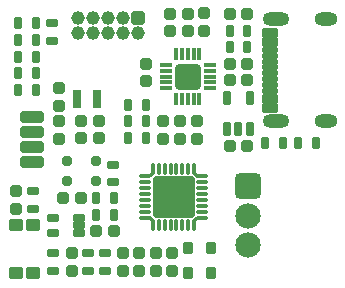
<source format=gts>
G04*
G04 #@! TF.GenerationSoftware,Altium Limited,Altium Designer,22.3.1 (43)*
G04*
G04 Layer_Color=8388736*
%FSLAX44Y44*%
%MOMM*%
G71*
G04*
G04 #@! TF.SameCoordinates,D810A163-4558-4574-BFD7-F7CA9EDE3B54*
G04*
G04*
G04 #@! TF.FilePolarity,Negative*
G04*
G01*
G75*
G04:AMPARAMS|DCode=32|XSize=0.7524mm|YSize=1.1524mm|CornerRadius=0.1512mm|HoleSize=0mm|Usage=FLASHONLY|Rotation=180.000|XOffset=0mm|YOffset=0mm|HoleType=Round|Shape=RoundedRectangle|*
%AMROUNDEDRECTD32*
21,1,0.7524,0.8500,0,0,180.0*
21,1,0.4500,1.1524,0,0,180.0*
1,1,0.3024,-0.2250,0.4250*
1,1,0.3024,0.2250,0.4250*
1,1,0.3024,0.2250,-0.4250*
1,1,0.3024,-0.2250,-0.4250*
%
%ADD32ROUNDEDRECTD32*%
G04:AMPARAMS|DCode=33|XSize=0.74mm|YSize=0.54mm|CornerRadius=0.195mm|HoleSize=0mm|Usage=FLASHONLY|Rotation=180.000|XOffset=0mm|YOffset=0mm|HoleType=Round|Shape=RoundedRectangle|*
%AMROUNDEDRECTD33*
21,1,0.7400,0.1500,0,0,180.0*
21,1,0.3500,0.5400,0,0,180.0*
1,1,0.3900,-0.1750,0.0750*
1,1,0.3900,0.1750,0.0750*
1,1,0.3900,0.1750,-0.0750*
1,1,0.3900,-0.1750,-0.0750*
%
%ADD33ROUNDEDRECTD33*%
G04:AMPARAMS|DCode=34|XSize=0.9524mm|YSize=0.9524mm|CornerRadius=0.1762mm|HoleSize=0mm|Usage=FLASHONLY|Rotation=90.000|XOffset=0mm|YOffset=0mm|HoleType=Round|Shape=RoundedRectangle|*
%AMROUNDEDRECTD34*
21,1,0.9524,0.6000,0,0,90.0*
21,1,0.6000,0.9524,0,0,90.0*
1,1,0.3524,0.3000,0.3000*
1,1,0.3524,0.3000,-0.3000*
1,1,0.3524,-0.3000,-0.3000*
1,1,0.3524,-0.3000,0.3000*
%
%ADD34ROUNDEDRECTD34*%
G04:AMPARAMS|DCode=35|XSize=0.9024mm|YSize=1.0524mm|CornerRadius=0.17mm|HoleSize=0mm|Usage=FLASHONLY|Rotation=180.000|XOffset=0mm|YOffset=0mm|HoleType=Round|Shape=RoundedRectangle|*
%AMROUNDEDRECTD35*
21,1,0.9024,0.7125,0,0,180.0*
21,1,0.5625,1.0524,0,0,180.0*
1,1,0.3399,-0.2813,0.3563*
1,1,0.3399,0.2813,0.3563*
1,1,0.3399,0.2813,-0.3563*
1,1,0.3399,-0.2813,-0.3563*
%
%ADD35ROUNDEDRECTD35*%
G04:AMPARAMS|DCode=36|XSize=0.9524mm|YSize=0.9524mm|CornerRadius=0.1762mm|HoleSize=0mm|Usage=FLASHONLY|Rotation=180.000|XOffset=0mm|YOffset=0mm|HoleType=Round|Shape=RoundedRectangle|*
%AMROUNDEDRECTD36*
21,1,0.9524,0.6000,0,0,180.0*
21,1,0.6000,0.9524,0,0,180.0*
1,1,0.3524,-0.3000,0.3000*
1,1,0.3524,0.3000,0.3000*
1,1,0.3524,0.3000,-0.3000*
1,1,0.3524,-0.3000,-0.3000*
%
%ADD36ROUNDEDRECTD36*%
G04:AMPARAMS|DCode=37|XSize=0.7524mm|YSize=1.0524mm|CornerRadius=0.1512mm|HoleSize=0mm|Usage=FLASHONLY|Rotation=90.000|XOffset=0mm|YOffset=0mm|HoleType=Round|Shape=RoundedRectangle|*
%AMROUNDEDRECTD37*
21,1,0.7524,0.7500,0,0,90.0*
21,1,0.4500,1.0524,0,0,90.0*
1,1,0.3024,0.3750,0.2250*
1,1,0.3024,0.3750,-0.2250*
1,1,0.3024,-0.3750,-0.2250*
1,1,0.3024,-0.3750,0.2250*
%
%ADD37ROUNDEDRECTD37*%
%ADD38C,0.9524*%
G04:AMPARAMS|DCode=39|XSize=0.7524mm|YSize=1.0524mm|CornerRadius=0.1512mm|HoleSize=0mm|Usage=FLASHONLY|Rotation=0.000|XOffset=0mm|YOffset=0mm|HoleType=Round|Shape=RoundedRectangle|*
%AMROUNDEDRECTD39*
21,1,0.7524,0.7500,0,0,0.0*
21,1,0.4500,1.0524,0,0,0.0*
1,1,0.3024,0.2250,-0.3750*
1,1,0.3024,-0.2250,-0.3750*
1,1,0.3024,-0.2250,0.3750*
1,1,0.3024,0.2250,0.3750*
%
%ADD39ROUNDEDRECTD39*%
G04:AMPARAMS|DCode=40|XSize=0.7524mm|YSize=0.9524mm|CornerRadius=0.1512mm|HoleSize=0mm|Usage=FLASHONLY|Rotation=180.000|XOffset=0mm|YOffset=0mm|HoleType=Round|Shape=RoundedRectangle|*
%AMROUNDEDRECTD40*
21,1,0.7524,0.6500,0,0,180.0*
21,1,0.4500,0.9524,0,0,180.0*
1,1,0.3024,-0.2250,0.3250*
1,1,0.3024,0.2250,0.3250*
1,1,0.3024,0.2250,-0.3250*
1,1,0.3024,-0.2250,-0.3250*
%
%ADD40ROUNDEDRECTD40*%
%ADD41O,0.3924X1.0024*%
G04:AMPARAMS|DCode=42|XSize=0.54mm|YSize=1.39mm|CornerRadius=0.1575mm|HoleSize=0mm|Usage=FLASHONLY|Rotation=90.000|XOffset=0mm|YOffset=0mm|HoleType=Round|Shape=RoundedRectangle|*
%AMROUNDEDRECTD42*
21,1,0.5400,1.0750,0,0,90.0*
21,1,0.2250,1.3900,0,0,90.0*
1,1,0.3150,0.5375,0.1125*
1,1,0.3150,0.5375,-0.1125*
1,1,0.3150,-0.5375,-0.1125*
1,1,0.3150,-0.5375,0.1125*
%
%ADD42ROUNDEDRECTD42*%
G04:AMPARAMS|DCode=43|XSize=0.84mm|YSize=1.39mm|CornerRadius=0.195mm|HoleSize=0mm|Usage=FLASHONLY|Rotation=270.000|XOffset=0mm|YOffset=0mm|HoleType=Round|Shape=RoundedRectangle|*
%AMROUNDEDRECTD43*
21,1,0.8400,1.0000,0,0,270.0*
21,1,0.4500,1.3900,0,0,270.0*
1,1,0.3900,-0.5000,-0.2250*
1,1,0.3900,-0.5000,0.2250*
1,1,0.3900,0.5000,0.2250*
1,1,0.3900,0.5000,-0.2250*
%
%ADD43ROUNDEDRECTD43*%
G04:AMPARAMS|DCode=44|XSize=2.1324mm|YSize=2.1324mm|CornerRadius=0.2742mm|HoleSize=0mm|Usage=FLASHONLY|Rotation=90.000|XOffset=0mm|YOffset=0mm|HoleType=Round|Shape=RoundedRectangle|*
%AMROUNDEDRECTD44*
21,1,2.1324,1.5840,0,0,90.0*
21,1,1.5840,2.1324,0,0,90.0*
1,1,0.5484,0.7920,0.7920*
1,1,0.5484,0.7920,-0.7920*
1,1,0.5484,-0.7920,-0.7920*
1,1,0.5484,-0.7920,0.7920*
%
%ADD44ROUNDEDRECTD44*%
%ADD45O,1.0524X0.3924*%
%ADD46O,0.3924X1.0524*%
%ADD47O,1.0024X0.3924*%
G04:AMPARAMS|DCode=48|XSize=3.5524mm|YSize=3.5524mm|CornerRadius=0.2462mm|HoleSize=0mm|Usage=FLASHONLY|Rotation=0.000|XOffset=0mm|YOffset=0mm|HoleType=Round|Shape=RoundedRectangle|*
%AMROUNDEDRECTD48*
21,1,3.5524,3.0600,0,0,0.0*
21,1,3.0600,3.5524,0,0,0.0*
1,1,0.4924,1.5300,-1.5300*
1,1,0.4924,-1.5300,-1.5300*
1,1,0.4924,-1.5300,1.5300*
1,1,0.4924,1.5300,1.5300*
%
%ADD48ROUNDEDRECTD48*%
G04:AMPARAMS|DCode=49|XSize=0.6524mm|YSize=1.0524mm|CornerRadius=0.1387mm|HoleSize=0mm|Usage=FLASHONLY|Rotation=270.000|XOffset=0mm|YOffset=0mm|HoleType=Round|Shape=RoundedRectangle|*
%AMROUNDEDRECTD49*
21,1,0.6524,0.7750,0,0,270.0*
21,1,0.3750,1.0524,0,0,270.0*
1,1,0.2774,-0.3875,-0.1875*
1,1,0.2774,-0.3875,0.1875*
1,1,0.2774,0.3875,0.1875*
1,1,0.2774,0.3875,-0.1875*
%
%ADD49ROUNDEDRECTD49*%
G04:AMPARAMS|DCode=50|XSize=1.0524mm|YSize=1.1524mm|CornerRadius=0.1887mm|HoleSize=0mm|Usage=FLASHONLY|Rotation=90.000|XOffset=0mm|YOffset=0mm|HoleType=Round|Shape=RoundedRectangle|*
%AMROUNDEDRECTD50*
21,1,1.0524,0.7750,0,0,90.0*
21,1,0.6750,1.1524,0,0,90.0*
1,1,0.3774,0.3875,0.3375*
1,1,0.3774,0.3875,-0.3375*
1,1,0.3774,-0.3875,-0.3375*
1,1,0.3774,-0.3875,0.3375*
%
%ADD50ROUNDEDRECTD50*%
G04:AMPARAMS|DCode=51|XSize=0.9524mm|YSize=1.9524mm|CornerRadius=0.1762mm|HoleSize=0mm|Usage=FLASHONLY|Rotation=90.000|XOffset=0mm|YOffset=0mm|HoleType=Round|Shape=RoundedRectangle|*
%AMROUNDEDRECTD51*
21,1,0.9524,1.6000,0,0,90.0*
21,1,0.6000,1.9524,0,0,90.0*
1,1,0.3524,0.8000,0.3000*
1,1,0.3524,0.8000,-0.3000*
1,1,0.3524,-0.8000,-0.3000*
1,1,0.3524,-0.8000,0.3000*
%
%ADD51ROUNDEDRECTD51*%
%ADD52C,2.1524*%
%ADD53C,0.1524*%
%ADD54O,2.2524X1.1524*%
%ADD55O,1.9524X1.1524*%
G04:AMPARAMS|DCode=56|XSize=2.1524mm|YSize=2.1524mm|CornerRadius=0.3262mm|HoleSize=0mm|Usage=FLASHONLY|Rotation=270.000|XOffset=0mm|YOffset=0mm|HoleType=Round|Shape=RoundedRectangle|*
%AMROUNDEDRECTD56*
21,1,2.1524,1.5000,0,0,270.0*
21,1,1.5000,2.1524,0,0,270.0*
1,1,0.6524,-0.7500,-0.7500*
1,1,0.6524,-0.7500,0.7500*
1,1,0.6524,0.7500,0.7500*
1,1,0.6524,0.7500,-0.7500*
%
%ADD56ROUNDEDRECTD56*%
%ADD57C,1.1524*%
G04:AMPARAMS|DCode=58|XSize=1.1524mm|YSize=1.1524mm|CornerRadius=0.2012mm|HoleSize=0mm|Usage=FLASHONLY|Rotation=270.000|XOffset=0mm|YOffset=0mm|HoleType=Round|Shape=RoundedRectangle|*
%AMROUNDEDRECTD58*
21,1,1.1524,0.7500,0,0,270.0*
21,1,0.7500,1.1524,0,0,270.0*
1,1,0.4024,-0.3750,-0.3750*
1,1,0.4024,-0.3750,0.3750*
1,1,0.4024,0.3750,0.3750*
1,1,0.4024,0.3750,-0.3750*
%
%ADD58ROUNDEDRECTD58*%
%ADD59C,0.7524*%
%ADD60C,0.7000*%
G36*
X154570Y74690D02*
X151690Y77570D01*
X151330D01*
Y75430D01*
X150490Y74590D01*
X151630Y73450D01*
Y73390D01*
X154570Y74690D01*
D02*
G37*
G36*
X151690Y110430D02*
X154570Y113310D01*
Y113670D01*
X152430D01*
X151590Y114510D01*
X150450Y113370D01*
X150390D01*
X151690Y110430D01*
D02*
G37*
G36*
X190310Y77570D02*
X187430Y74690D01*
Y74330D01*
X189570D01*
X190410Y73490D01*
X191550Y74630D01*
X191610D01*
X190310Y77570D01*
D02*
G37*
G36*
X187430Y113310D02*
X190310Y110430D01*
X190670D01*
Y112570D01*
X191510Y113410D01*
X190370Y114550D01*
Y114610D01*
X187430Y113310D01*
D02*
G37*
D32*
X216500Y151900D02*
D03*
X226000D02*
D03*
X235500D02*
D03*
Y178100D02*
D03*
X216500D02*
D03*
D33*
X106500Y172000D02*
D03*
Y177000D02*
D03*
Y182000D02*
D03*
X89500Y172000D02*
D03*
Y177000D02*
D03*
Y182000D02*
D03*
D34*
X156000Y46485D02*
D03*
Y31485D02*
D03*
X142000Y46485D02*
D03*
Y31485D02*
D03*
X147499Y192003D02*
D03*
Y207003D02*
D03*
X74000Y143500D02*
D03*
Y158500D02*
D03*
X74000Y171500D02*
D03*
Y186500D02*
D03*
X85000Y31500D02*
D03*
Y46500D02*
D03*
X128000Y46500D02*
D03*
Y31500D02*
D03*
X196669Y249463D02*
D03*
Y234463D02*
D03*
X190500Y143500D02*
D03*
Y158500D02*
D03*
X38000Y84260D02*
D03*
Y99260D02*
D03*
X170000Y31500D02*
D03*
Y46500D02*
D03*
X176500Y158500D02*
D03*
Y143500D02*
D03*
X162500Y158500D02*
D03*
Y143500D02*
D03*
D35*
X183500Y29500D02*
D03*
X202500D02*
D03*
X183500Y50500D02*
D03*
X202500D02*
D03*
D36*
X218500Y193000D02*
D03*
X233500D02*
D03*
X107500Y158000D02*
D03*
X92500D02*
D03*
X183169Y248963D02*
D03*
X168169D02*
D03*
X233500Y249000D02*
D03*
X218500D02*
D03*
X105500Y65000D02*
D03*
X120500D02*
D03*
X92500Y93000D02*
D03*
X77500D02*
D03*
X92500Y144000D02*
D03*
X107500D02*
D03*
X168169Y234963D02*
D03*
X183169D02*
D03*
X218500Y207000D02*
D03*
X233500D02*
D03*
Y137000D02*
D03*
X218500D02*
D03*
D37*
X52000Y84260D02*
D03*
Y99260D02*
D03*
X113000Y31500D02*
D03*
Y46500D02*
D03*
X99000D02*
D03*
Y31500D02*
D03*
X120000Y106500D02*
D03*
Y121500D02*
D03*
X69000Y46500D02*
D03*
Y31500D02*
D03*
X68000Y241500D02*
D03*
Y226500D02*
D03*
D38*
X105300Y107500D02*
D03*
X105300Y124500D02*
D03*
X80700Y107500D02*
D03*
X80700Y124500D02*
D03*
D39*
X218500Y235000D02*
D03*
X233500D02*
D03*
X291500Y140000D02*
D03*
X276500D02*
D03*
X147800Y158000D02*
D03*
X132800D02*
D03*
X105500Y79000D02*
D03*
X120500Y79000D02*
D03*
X120500Y93000D02*
D03*
X105500D02*
D03*
X147800Y172000D02*
D03*
X132800D02*
D03*
X147800Y144000D02*
D03*
X132800D02*
D03*
X248500Y140000D02*
D03*
X263500D02*
D03*
X54500Y199000D02*
D03*
X39500D02*
D03*
X54500Y227000D02*
D03*
X39500D02*
D03*
X218500Y221000D02*
D03*
X233500D02*
D03*
D40*
X54250Y241000D02*
D03*
X39750D02*
D03*
Y185000D02*
D03*
X54250D02*
D03*
X39750Y213000D02*
D03*
X54250D02*
D03*
D41*
X188500Y70000D02*
D03*
X153500D02*
D03*
X158500D02*
D03*
X163500D02*
D03*
X168500D02*
D03*
X173500D02*
D03*
X178500D02*
D03*
X183500D02*
D03*
X188500Y118000D02*
D03*
X183500D02*
D03*
X178500D02*
D03*
X173500D02*
D03*
X168500D02*
D03*
X163500D02*
D03*
X158500D02*
D03*
X153500D02*
D03*
D42*
X252450Y198700D02*
D03*
Y193700D02*
D03*
Y188700D02*
D03*
Y183700D02*
D03*
Y218700D02*
D03*
Y213700D02*
D03*
Y208700D02*
D03*
Y203700D02*
D03*
D43*
Y233200D02*
D03*
Y225200D02*
D03*
Y177200D02*
D03*
Y169200D02*
D03*
D44*
X183000Y196000D02*
D03*
D45*
X164250Y186000D02*
D03*
Y191000D02*
D03*
Y196000D02*
D03*
Y201000D02*
D03*
Y206000D02*
D03*
X201750D02*
D03*
Y201000D02*
D03*
Y196000D02*
D03*
Y191000D02*
D03*
Y186000D02*
D03*
D46*
X173000Y214750D02*
D03*
X178000D02*
D03*
X183000D02*
D03*
X188000D02*
D03*
X193000D02*
D03*
Y177250D02*
D03*
X188000D02*
D03*
X183000D02*
D03*
X178000D02*
D03*
X173000D02*
D03*
D47*
X147000Y111500D02*
D03*
Y106500D02*
D03*
Y101500D02*
D03*
Y96500D02*
D03*
Y91500D02*
D03*
Y86500D02*
D03*
Y81500D02*
D03*
Y76500D02*
D03*
X195000D02*
D03*
Y81500D02*
D03*
Y86500D02*
D03*
Y91500D02*
D03*
Y96500D02*
D03*
Y101500D02*
D03*
Y106500D02*
D03*
Y111500D02*
D03*
D48*
X171000Y94000D02*
D03*
D49*
X68730Y63680D02*
D03*
Y76680D02*
D03*
X91230D02*
D03*
Y70180D02*
D03*
Y63680D02*
D03*
D50*
X52250Y70500D02*
D03*
X37750D02*
D03*
X52250Y29500D02*
D03*
X37750D02*
D03*
D51*
X51000Y161700D02*
D03*
Y149000D02*
D03*
Y136300D02*
D03*
Y123600D02*
D03*
D52*
X234000Y78000D02*
D03*
Y53000D02*
D03*
D53*
X263200Y172300D02*
D03*
Y230100D02*
D03*
D54*
X258200Y244400D02*
D03*
Y158000D02*
D03*
D55*
X300000Y244400D02*
D03*
Y158000D02*
D03*
D56*
X234000Y103000D02*
D03*
D57*
X89900Y246000D02*
D03*
Y233300D02*
D03*
X102600Y246000D02*
D03*
Y233300D02*
D03*
X115300Y246000D02*
D03*
Y233300D02*
D03*
X128000Y246000D02*
D03*
Y233300D02*
D03*
X140700D02*
D03*
D58*
Y246000D02*
D03*
D59*
X188500Y201500D02*
D03*
Y190500D02*
D03*
X177500Y201500D02*
D03*
Y190500D02*
D03*
D60*
X171000Y94000D02*
D03*
X160000Y105000D02*
D03*
X171000D02*
D03*
X182000D02*
D03*
X160000Y94000D02*
D03*
X182000D02*
D03*
X160000Y83000D02*
D03*
X171000D02*
D03*
X182000D02*
D03*
M02*

</source>
